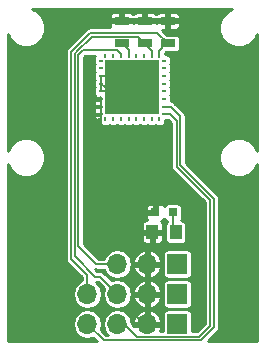
<source format=gbr>
G04 #@! TF.FileFunction,Copper,L1,Top,Signal*
%FSLAX46Y46*%
G04 Gerber Fmt 4.6, Leading zero omitted, Abs format (unit mm)*
G04 Created by KiCad (PCBNEW 4.0.7) date Thursday, June 14, 2018 'PMt' 12:28:10 PM*
%MOMM*%
%LPD*%
G01*
G04 APERTURE LIST*
%ADD10C,0.100000*%
%ADD11R,0.250000X0.400000*%
%ADD12R,0.400000X0.250000*%
%ADD13R,4.650000X4.650000*%
%ADD14R,1.000000X1.250000*%
%ADD15R,0.800000X0.750000*%
%ADD16R,1.300000X0.700000*%
%ADD17R,1.700000X1.700000*%
%ADD18O,1.700000X1.700000*%
%ADD19C,0.500000*%
%ADD20C,0.175000*%
%ADD21C,0.254000*%
G04 APERTURE END LIST*
D10*
D11*
X8725000Y-4385000D03*
X9375000Y-4385000D03*
X10025000Y-4385000D03*
X10675000Y-4385000D03*
X11325000Y-4385000D03*
X11975000Y-4385000D03*
X12625000Y-4385000D03*
X13275000Y-4385000D03*
D12*
X13675000Y-4785000D03*
X13675000Y-5435000D03*
X13675000Y-6085000D03*
X13675000Y-6735000D03*
X13675000Y-7385000D03*
X13675000Y-8035000D03*
X13675000Y-8685000D03*
X13675000Y-9335000D03*
D11*
X13275000Y-9735000D03*
X12625000Y-9735000D03*
X11975000Y-9735000D03*
X11325000Y-9735000D03*
X10675000Y-9735000D03*
X10025000Y-9735000D03*
X9375000Y-9735000D03*
X8725000Y-9735000D03*
D12*
X8325000Y-9335000D03*
X8325000Y-8685000D03*
X8325000Y-8035000D03*
X8325000Y-7385000D03*
X8325000Y-6735000D03*
X8325000Y-6085000D03*
X8325000Y-5435000D03*
X8325000Y-4785000D03*
D13*
X11000000Y-7060000D03*
D14*
X12675000Y-19325000D03*
X14675000Y-19325000D03*
D15*
X14425000Y-17650000D03*
X12925000Y-17650000D03*
D16*
X10100000Y-3333000D03*
X10100000Y-1433000D03*
X12050000Y-3333000D03*
X12050000Y-1433000D03*
X14000000Y-3333000D03*
X14000000Y-1433000D03*
D17*
X14810000Y-22020000D03*
D18*
X12270000Y-22020000D03*
X9730000Y-22020000D03*
D17*
X14810000Y-24560000D03*
D18*
X12270000Y-24560000D03*
X9730000Y-24560000D03*
X7190000Y-24560000D03*
D17*
X14810000Y-27100000D03*
D18*
X12270000Y-27100000D03*
X9730000Y-27100000D03*
X7190000Y-27100000D03*
D19*
X14370000Y-17650000D03*
X14675000Y-19325000D03*
X11000000Y-7060000D03*
D20*
X8325000Y-9335000D02*
X8325000Y-14865000D01*
X11110000Y-17650000D02*
X12925000Y-17650000D01*
X8325000Y-14865000D02*
X11110000Y-17650000D01*
X8325000Y-8035000D02*
X8325000Y-8685000D01*
X8325000Y-8685000D02*
X8325000Y-9335000D01*
X10100000Y-1433000D02*
X7197000Y-1433000D01*
X5490000Y-25320000D02*
X6020000Y-25850000D01*
X5490000Y-3140000D02*
X5490000Y-25320000D01*
X7197000Y-1433000D02*
X5490000Y-3140000D01*
X12270000Y-27100000D02*
X11960000Y-27100000D01*
X11960000Y-27100000D02*
X10710000Y-25850000D01*
X10710000Y-25850000D02*
X6020000Y-25850000D01*
X8325000Y-6085000D02*
X8325000Y-6735000D01*
X14370000Y-17650000D02*
X14425000Y-17650000D01*
X14425000Y-17650000D02*
X14425000Y-19075000D01*
X14425000Y-19075000D02*
X14675000Y-19325000D01*
X8325000Y-6085000D02*
X10025000Y-6085000D01*
X10025000Y-6085000D02*
X11000000Y-7060000D01*
X8325000Y-7385000D02*
X10675000Y-7385000D01*
X10675000Y-7385000D02*
X11000000Y-7060000D01*
X8325000Y-6735000D02*
X8325000Y-7385000D01*
X8325000Y-7385000D02*
X8325000Y-6735000D01*
X8325000Y-6735000D02*
X8650000Y-7060000D01*
X8650000Y-7060000D02*
X11000000Y-7060000D01*
X6420000Y-4320000D02*
X6420000Y-20480000D01*
X6830000Y-3910000D02*
X6420000Y-4320000D01*
X9660000Y-3910000D02*
X6830000Y-3910000D01*
X10025000Y-4275000D02*
X9660000Y-3910000D01*
X7960000Y-22020000D02*
X9730000Y-22020000D01*
X6420000Y-20480000D02*
X7960000Y-22020000D01*
X10025000Y-4385000D02*
X10025000Y-4275000D01*
X10100000Y-3333000D02*
X10123000Y-3333000D01*
X10123000Y-3333000D02*
X10675000Y-3885000D01*
X10675000Y-3885000D02*
X10675000Y-4385000D01*
X6256452Y-4056452D02*
X6253548Y-4056452D01*
X11470000Y-2760000D02*
X7552904Y-2760000D01*
X7552904Y-2760000D02*
X6256452Y-4056452D01*
X12043000Y-3333000D02*
X11470000Y-2760000D01*
X8250000Y-23080000D02*
X9730000Y-24560000D01*
X7820000Y-23080000D02*
X8250000Y-23080000D01*
X6110000Y-21370000D02*
X7820000Y-23080000D01*
X6110000Y-4200000D02*
X6110000Y-21370000D01*
X6253548Y-4056452D02*
X6110000Y-4200000D01*
X12050000Y-3333000D02*
X12043000Y-3333000D01*
X12050000Y-3333000D02*
X12050000Y-3410000D01*
X12050000Y-3410000D02*
X12625000Y-3985000D01*
X12625000Y-3985000D02*
X12625000Y-4385000D01*
X7190000Y-24560000D02*
X7190000Y-22940000D01*
X13120000Y-2450000D02*
X7430000Y-2450000D01*
X7430000Y-2450000D02*
X6150000Y-3730000D01*
X13120000Y-2450000D02*
X14000000Y-3330000D01*
X5807998Y-4072002D02*
X6150000Y-3730000D01*
X5807998Y-21557998D02*
X5807998Y-4072002D01*
X7190000Y-22940000D02*
X5807998Y-21557998D01*
X14000000Y-3333000D02*
X14000000Y-3330000D01*
X14000000Y-3333000D02*
X13887000Y-3333000D01*
X13887000Y-3333000D02*
X13275000Y-3945000D01*
X13275000Y-3945000D02*
X13275000Y-4385000D01*
X13675000Y-8685000D02*
X14235000Y-8685000D01*
X8580000Y-28490000D02*
X7190000Y-27100000D01*
X16810000Y-28490000D02*
X8580000Y-28490000D01*
X17910000Y-27390000D02*
X16810000Y-28490000D01*
X17910000Y-16512904D02*
X17910000Y-27390000D01*
X15042002Y-13644906D02*
X17910000Y-16512904D01*
X15042002Y-9492002D02*
X15042002Y-13644906D01*
X14235000Y-8685000D02*
X15042002Y-9492002D01*
X7190000Y-27100000D02*
X7190000Y-27870000D01*
X9730000Y-27100000D02*
X10300000Y-27100000D01*
X10300000Y-27100000D02*
X11380000Y-28180000D01*
X11380000Y-28180000D02*
X16670000Y-28180000D01*
X16670000Y-28180000D02*
X17580000Y-27270000D01*
X17580000Y-27270000D02*
X17580000Y-16610000D01*
X17580000Y-16610000D02*
X14740000Y-13770000D01*
X14740000Y-13770000D02*
X14740000Y-9880000D01*
X14740000Y-9880000D02*
X14195000Y-9335000D01*
X14195000Y-9335000D02*
X13675000Y-9335000D01*
D21*
G36*
X19077320Y-616499D02*
X18618112Y-1074907D01*
X18369284Y-1674151D01*
X18368718Y-2323003D01*
X18616499Y-2922680D01*
X19074907Y-3381888D01*
X19674151Y-3630716D01*
X20323003Y-3631282D01*
X20922680Y-3383501D01*
X21381888Y-2925093D01*
X21544000Y-2534684D01*
X21544000Y-12465758D01*
X21383501Y-12077320D01*
X20925093Y-11618112D01*
X20325849Y-11369284D01*
X19676997Y-11368718D01*
X19077320Y-11616499D01*
X18618112Y-12074907D01*
X18369284Y-12674151D01*
X18368718Y-13323003D01*
X18616499Y-13922680D01*
X19074907Y-14381888D01*
X19674151Y-14630716D01*
X20323003Y-14631282D01*
X20922680Y-14383501D01*
X21381888Y-13925093D01*
X21544000Y-13534684D01*
X21544000Y-28544000D01*
X17418560Y-28544000D01*
X18241277Y-27721282D01*
X18241280Y-27721280D01*
X18325524Y-27595200D01*
X18342838Y-27569288D01*
X18378501Y-27390000D01*
X18378500Y-27389995D01*
X18378500Y-16512909D01*
X18378501Y-16512904D01*
X18342838Y-16333617D01*
X18306157Y-16278720D01*
X18241280Y-16181624D01*
X18241277Y-16181622D01*
X15510502Y-13450846D01*
X15510502Y-9492007D01*
X15510503Y-9492002D01*
X15474840Y-9312714D01*
X15398500Y-9198464D01*
X15373282Y-9160722D01*
X15373279Y-9160720D01*
X14566280Y-8353720D01*
X14414288Y-8252162D01*
X14251364Y-8219754D01*
X14263464Y-8160000D01*
X14263464Y-7910000D01*
X14236897Y-7768810D01*
X14199256Y-7710314D01*
X14232859Y-7661134D01*
X14263464Y-7510000D01*
X14263464Y-7260000D01*
X14236897Y-7118810D01*
X14199256Y-7060314D01*
X14232859Y-7011134D01*
X14263464Y-6860000D01*
X14263464Y-6610000D01*
X14236897Y-6468810D01*
X14199256Y-6410314D01*
X14232859Y-6361134D01*
X14263464Y-6210000D01*
X14263464Y-5960000D01*
X14236897Y-5818810D01*
X14199256Y-5760314D01*
X14232859Y-5711134D01*
X14263464Y-5560000D01*
X14263464Y-5310000D01*
X14236897Y-5168810D01*
X14199256Y-5110314D01*
X14232859Y-5061134D01*
X14263464Y-4910000D01*
X14263464Y-4660000D01*
X14236897Y-4518810D01*
X14153454Y-4389135D01*
X14026134Y-4302141D01*
X13875000Y-4271536D01*
X13788464Y-4271536D01*
X13788464Y-4185000D01*
X13774068Y-4108492D01*
X13811096Y-4071464D01*
X14650000Y-4071464D01*
X14791190Y-4044897D01*
X14920865Y-3961454D01*
X15007859Y-3834134D01*
X15038464Y-3683000D01*
X15038464Y-2983000D01*
X15011897Y-2841810D01*
X14928454Y-2712135D01*
X14801134Y-2625141D01*
X14650000Y-2594536D01*
X13927095Y-2594536D01*
X13496560Y-2164000D01*
X13777750Y-2164000D01*
X13873000Y-2068750D01*
X13873000Y-1560000D01*
X14127000Y-1560000D01*
X14127000Y-2068750D01*
X14222250Y-2164000D01*
X14725785Y-2164000D01*
X14865819Y-2105996D01*
X14972996Y-1998820D01*
X15031000Y-1858786D01*
X15031000Y-1655250D01*
X14935750Y-1560000D01*
X14127000Y-1560000D01*
X13873000Y-1560000D01*
X13064250Y-1560000D01*
X13025000Y-1599250D01*
X12985750Y-1560000D01*
X12177000Y-1560000D01*
X12177000Y-1580000D01*
X11923000Y-1580000D01*
X11923000Y-1560000D01*
X11114250Y-1560000D01*
X11075000Y-1599250D01*
X11035750Y-1560000D01*
X10227000Y-1560000D01*
X10227000Y-1580000D01*
X9973000Y-1580000D01*
X9973000Y-1560000D01*
X9164250Y-1560000D01*
X9069000Y-1655250D01*
X9069000Y-1858786D01*
X9119830Y-1981500D01*
X7430000Y-1981500D01*
X7250713Y-2017162D01*
X7098720Y-2118720D01*
X7098718Y-2118723D01*
X5818720Y-3398720D01*
X5818718Y-3398723D01*
X5476718Y-3740722D01*
X5375160Y-3892714D01*
X5339497Y-4072002D01*
X5339498Y-4072007D01*
X5339498Y-21557993D01*
X5339497Y-21557998D01*
X5375160Y-21737286D01*
X5476718Y-21889278D01*
X6721500Y-23134060D01*
X6721500Y-23398073D01*
X6718917Y-23398587D01*
X6319552Y-23665435D01*
X6052704Y-24064800D01*
X5959000Y-24535883D01*
X5959000Y-24584117D01*
X6052704Y-25055200D01*
X6319552Y-25454565D01*
X6718917Y-25721413D01*
X7190000Y-25815117D01*
X7661083Y-25721413D01*
X8060448Y-25454565D01*
X8327296Y-25055200D01*
X8421000Y-24584117D01*
X8421000Y-24535883D01*
X8327296Y-24064800D01*
X8060448Y-23665435D01*
X7885443Y-23548500D01*
X8055940Y-23548500D01*
X8589309Y-24081868D01*
X8499000Y-24535883D01*
X8499000Y-24584117D01*
X8592704Y-25055200D01*
X8859552Y-25454565D01*
X9258917Y-25721413D01*
X9730000Y-25815117D01*
X10201083Y-25721413D01*
X10600448Y-25454565D01*
X10867296Y-25055200D01*
X10902745Y-24876982D01*
X11080499Y-24876982D01*
X11292348Y-25308056D01*
X11653036Y-25625245D01*
X11953020Y-25749489D01*
X12143000Y-25688627D01*
X12143000Y-24687000D01*
X12397000Y-24687000D01*
X12397000Y-25688627D01*
X12586980Y-25749489D01*
X12886964Y-25625245D01*
X13247652Y-25308056D01*
X13459501Y-24876982D01*
X13399193Y-24687000D01*
X12397000Y-24687000D01*
X12143000Y-24687000D01*
X11140807Y-24687000D01*
X11080499Y-24876982D01*
X10902745Y-24876982D01*
X10961000Y-24584117D01*
X10961000Y-24535883D01*
X10902746Y-24243018D01*
X11080499Y-24243018D01*
X11140807Y-24433000D01*
X12143000Y-24433000D01*
X12143000Y-23431373D01*
X12397000Y-23431373D01*
X12397000Y-24433000D01*
X13399193Y-24433000D01*
X13459501Y-24243018D01*
X13247652Y-23811944D01*
X13131728Y-23710000D01*
X13571536Y-23710000D01*
X13571536Y-25410000D01*
X13598103Y-25551190D01*
X13681546Y-25680865D01*
X13808866Y-25767859D01*
X13960000Y-25798464D01*
X15660000Y-25798464D01*
X15801190Y-25771897D01*
X15930865Y-25688454D01*
X16017859Y-25561134D01*
X16048464Y-25410000D01*
X16048464Y-23710000D01*
X16021897Y-23568810D01*
X15938454Y-23439135D01*
X15811134Y-23352141D01*
X15660000Y-23321536D01*
X13960000Y-23321536D01*
X13818810Y-23348103D01*
X13689135Y-23431546D01*
X13602141Y-23558866D01*
X13571536Y-23710000D01*
X13131728Y-23710000D01*
X12886964Y-23494755D01*
X12586980Y-23370511D01*
X12397000Y-23431373D01*
X12143000Y-23431373D01*
X11953020Y-23370511D01*
X11653036Y-23494755D01*
X11292348Y-23811944D01*
X11080499Y-24243018D01*
X10902746Y-24243018D01*
X10867296Y-24064800D01*
X10600448Y-23665435D01*
X10201083Y-23398587D01*
X9730000Y-23304883D01*
X9258917Y-23398587D01*
X9242270Y-23409710D01*
X8581280Y-22748720D01*
X8429288Y-22647162D01*
X8250000Y-22611499D01*
X8249995Y-22611500D01*
X8014059Y-22611500D01*
X7873942Y-22471383D01*
X7960000Y-22488501D01*
X7960005Y-22488500D01*
X8587393Y-22488500D01*
X8592704Y-22515200D01*
X8859552Y-22914565D01*
X9258917Y-23181413D01*
X9730000Y-23275117D01*
X10201083Y-23181413D01*
X10600448Y-22914565D01*
X10867296Y-22515200D01*
X10902745Y-22336982D01*
X11080499Y-22336982D01*
X11292348Y-22768056D01*
X11653036Y-23085245D01*
X11953020Y-23209489D01*
X12143000Y-23148627D01*
X12143000Y-22147000D01*
X12397000Y-22147000D01*
X12397000Y-23148627D01*
X12586980Y-23209489D01*
X12886964Y-23085245D01*
X13247652Y-22768056D01*
X13459501Y-22336982D01*
X13399193Y-22147000D01*
X12397000Y-22147000D01*
X12143000Y-22147000D01*
X11140807Y-22147000D01*
X11080499Y-22336982D01*
X10902745Y-22336982D01*
X10961000Y-22044117D01*
X10961000Y-21995883D01*
X10902746Y-21703018D01*
X11080499Y-21703018D01*
X11140807Y-21893000D01*
X12143000Y-21893000D01*
X12143000Y-20891373D01*
X12397000Y-20891373D01*
X12397000Y-21893000D01*
X13399193Y-21893000D01*
X13459501Y-21703018D01*
X13247652Y-21271944D01*
X13131728Y-21170000D01*
X13571536Y-21170000D01*
X13571536Y-22870000D01*
X13598103Y-23011190D01*
X13681546Y-23140865D01*
X13808866Y-23227859D01*
X13960000Y-23258464D01*
X15660000Y-23258464D01*
X15801190Y-23231897D01*
X15930865Y-23148454D01*
X16017859Y-23021134D01*
X16048464Y-22870000D01*
X16048464Y-21170000D01*
X16021897Y-21028810D01*
X15938454Y-20899135D01*
X15811134Y-20812141D01*
X15660000Y-20781536D01*
X13960000Y-20781536D01*
X13818810Y-20808103D01*
X13689135Y-20891546D01*
X13602141Y-21018866D01*
X13571536Y-21170000D01*
X13131728Y-21170000D01*
X12886964Y-20954755D01*
X12586980Y-20830511D01*
X12397000Y-20891373D01*
X12143000Y-20891373D01*
X11953020Y-20830511D01*
X11653036Y-20954755D01*
X11292348Y-21271944D01*
X11080499Y-21703018D01*
X10902746Y-21703018D01*
X10867296Y-21524800D01*
X10600448Y-21125435D01*
X10201083Y-20858587D01*
X9730000Y-20764883D01*
X9258917Y-20858587D01*
X8859552Y-21125435D01*
X8592704Y-21524800D01*
X8587393Y-21551500D01*
X8154059Y-21551500D01*
X6888500Y-20285940D01*
X6888500Y-19547250D01*
X11794000Y-19547250D01*
X11794000Y-20025785D01*
X11852004Y-20165819D01*
X11959180Y-20272996D01*
X12099214Y-20331000D01*
X12452750Y-20331000D01*
X12548000Y-20235750D01*
X12548000Y-19452000D01*
X12802000Y-19452000D01*
X12802000Y-20235750D01*
X12897250Y-20331000D01*
X13250786Y-20331000D01*
X13390820Y-20272996D01*
X13497996Y-20165819D01*
X13556000Y-20025785D01*
X13556000Y-19547250D01*
X13460750Y-19452000D01*
X12802000Y-19452000D01*
X12548000Y-19452000D01*
X11889250Y-19452000D01*
X11794000Y-19547250D01*
X6888500Y-19547250D01*
X6888500Y-18624215D01*
X11794000Y-18624215D01*
X11794000Y-19102750D01*
X11889250Y-19198000D01*
X12548000Y-19198000D01*
X12548000Y-19178000D01*
X12802000Y-19178000D01*
X12802000Y-19198000D01*
X13460750Y-19198000D01*
X13556000Y-19102750D01*
X13556000Y-18624215D01*
X13497996Y-18484181D01*
X13414242Y-18400426D01*
X13540820Y-18347996D01*
X13647996Y-18240819D01*
X13672719Y-18181133D01*
X13746546Y-18295865D01*
X13873866Y-18382859D01*
X13942620Y-18396782D01*
X13904135Y-18421546D01*
X13817141Y-18548866D01*
X13786536Y-18700000D01*
X13786536Y-19950000D01*
X13813103Y-20091190D01*
X13896546Y-20220865D01*
X14023866Y-20307859D01*
X14175000Y-20338464D01*
X15175000Y-20338464D01*
X15316190Y-20311897D01*
X15445865Y-20228454D01*
X15532859Y-20101134D01*
X15563464Y-19950000D01*
X15563464Y-18700000D01*
X15536897Y-18558810D01*
X15453454Y-18429135D01*
X15326134Y-18342141D01*
X15175000Y-18311536D01*
X15083305Y-18311536D01*
X15095865Y-18303454D01*
X15182859Y-18176134D01*
X15213464Y-18025000D01*
X15213464Y-17275000D01*
X15186897Y-17133810D01*
X15103454Y-17004135D01*
X14976134Y-16917141D01*
X14825000Y-16886536D01*
X14025000Y-16886536D01*
X13883810Y-16913103D01*
X13754135Y-16996546D01*
X13671903Y-17116897D01*
X13647996Y-17059181D01*
X13540820Y-16952004D01*
X13400786Y-16894000D01*
X13147250Y-16894000D01*
X13052000Y-16989250D01*
X13052000Y-17523000D01*
X13072000Y-17523000D01*
X13072000Y-17777000D01*
X13052000Y-17777000D01*
X13052000Y-17797000D01*
X12798000Y-17797000D01*
X12798000Y-17777000D01*
X12239250Y-17777000D01*
X12144000Y-17872250D01*
X12144000Y-18100785D01*
X12202004Y-18240819D01*
X12280184Y-18319000D01*
X12099214Y-18319000D01*
X11959180Y-18377004D01*
X11852004Y-18484181D01*
X11794000Y-18624215D01*
X6888500Y-18624215D01*
X6888500Y-17199215D01*
X12144000Y-17199215D01*
X12144000Y-17427750D01*
X12239250Y-17523000D01*
X12798000Y-17523000D01*
X12798000Y-16989250D01*
X12702750Y-16894000D01*
X12449214Y-16894000D01*
X12309180Y-16952004D01*
X12202004Y-17059181D01*
X12144000Y-17199215D01*
X6888500Y-17199215D01*
X6888500Y-4514060D01*
X7024059Y-4378500D01*
X7858869Y-4378500D01*
X7854135Y-4381546D01*
X7767141Y-4508866D01*
X7736536Y-4660000D01*
X7736536Y-4910000D01*
X7763103Y-5051190D01*
X7800744Y-5109686D01*
X7767141Y-5158866D01*
X7736536Y-5310000D01*
X7736536Y-5560000D01*
X7763103Y-5701190D01*
X7800744Y-5759686D01*
X7767141Y-5808866D01*
X7736536Y-5960000D01*
X7736536Y-6210000D01*
X7763103Y-6351190D01*
X7800744Y-6409686D01*
X7767141Y-6458866D01*
X7736536Y-6610000D01*
X7736536Y-6860000D01*
X7763103Y-7001190D01*
X7800744Y-7059686D01*
X7767141Y-7108866D01*
X7736536Y-7260000D01*
X7736536Y-7510000D01*
X7763103Y-7651190D01*
X7797603Y-7704805D01*
X7744000Y-7834215D01*
X7744000Y-7877250D01*
X7839250Y-7972500D01*
X8225000Y-7972500D01*
X8225000Y-7910000D01*
X8286536Y-7910000D01*
X8286536Y-8160000D01*
X8225000Y-8160000D01*
X8225000Y-8097500D01*
X7839250Y-8097500D01*
X7744000Y-8192750D01*
X7744000Y-8235785D01*
X7795452Y-8360000D01*
X7744000Y-8484215D01*
X7744000Y-8527250D01*
X7839250Y-8622500D01*
X8225000Y-8622500D01*
X8225000Y-8560000D01*
X8286536Y-8560000D01*
X8286536Y-8810000D01*
X8225000Y-8810000D01*
X8225000Y-8747500D01*
X7839250Y-8747500D01*
X7744000Y-8842750D01*
X7744000Y-8885785D01*
X7795452Y-9010000D01*
X7744000Y-9134215D01*
X7744000Y-9177250D01*
X7839250Y-9272500D01*
X8225000Y-9272500D01*
X8225000Y-9210000D01*
X8286536Y-9210000D01*
X8286536Y-9318892D01*
X8242141Y-9383866D01*
X8226724Y-9460000D01*
X8225000Y-9460000D01*
X8225000Y-9397500D01*
X7839250Y-9397500D01*
X7744000Y-9492750D01*
X7744000Y-9535785D01*
X7802004Y-9675819D01*
X7909180Y-9782996D01*
X8049214Y-9841000D01*
X8129750Y-9841000D01*
X8197998Y-9772752D01*
X8197998Y-9841000D01*
X8211536Y-9841000D01*
X8211536Y-9935000D01*
X8238103Y-10076190D01*
X8321546Y-10205865D01*
X8448866Y-10292859D01*
X8600000Y-10323464D01*
X8850000Y-10323464D01*
X8991190Y-10296897D01*
X9049686Y-10259256D01*
X9098866Y-10292859D01*
X9250000Y-10323464D01*
X9500000Y-10323464D01*
X9641190Y-10296897D01*
X9699686Y-10259256D01*
X9748866Y-10292859D01*
X9900000Y-10323464D01*
X10150000Y-10323464D01*
X10291190Y-10296897D01*
X10349686Y-10259256D01*
X10398866Y-10292859D01*
X10550000Y-10323464D01*
X10800000Y-10323464D01*
X10941190Y-10296897D01*
X10999686Y-10259256D01*
X11048866Y-10292859D01*
X11200000Y-10323464D01*
X11450000Y-10323464D01*
X11591190Y-10296897D01*
X11649686Y-10259256D01*
X11698866Y-10292859D01*
X11850000Y-10323464D01*
X12100000Y-10323464D01*
X12241190Y-10296897D01*
X12299686Y-10259256D01*
X12348866Y-10292859D01*
X12500000Y-10323464D01*
X12750000Y-10323464D01*
X12891190Y-10296897D01*
X12949686Y-10259256D01*
X12998866Y-10292859D01*
X13150000Y-10323464D01*
X13400000Y-10323464D01*
X13541190Y-10296897D01*
X13670865Y-10213454D01*
X13757859Y-10086134D01*
X13788464Y-9935000D01*
X13788464Y-9848464D01*
X13875000Y-9848464D01*
X14016190Y-9821897D01*
X14018105Y-9820665D01*
X14271500Y-10074059D01*
X14271500Y-13769995D01*
X14271499Y-13770000D01*
X14307162Y-13949288D01*
X14408720Y-14101280D01*
X17111500Y-16804059D01*
X17111500Y-27075941D01*
X16475940Y-27711500D01*
X16048464Y-27711500D01*
X16048464Y-26250000D01*
X16021897Y-26108810D01*
X15938454Y-25979135D01*
X15811134Y-25892141D01*
X15660000Y-25861536D01*
X13960000Y-25861536D01*
X13818810Y-25888103D01*
X13689135Y-25971546D01*
X13602141Y-26098866D01*
X13571536Y-26250000D01*
X13571536Y-27711500D01*
X13314762Y-27711500D01*
X13459501Y-27416982D01*
X13399193Y-27227000D01*
X12397000Y-27227000D01*
X12397000Y-27247000D01*
X12143000Y-27247000D01*
X12143000Y-27227000D01*
X11140807Y-27227000D01*
X11128459Y-27265899D01*
X10961000Y-27098440D01*
X10961000Y-27075883D01*
X10902746Y-26783018D01*
X11080499Y-26783018D01*
X11140807Y-26973000D01*
X12143000Y-26973000D01*
X12143000Y-25971373D01*
X12397000Y-25971373D01*
X12397000Y-26973000D01*
X13399193Y-26973000D01*
X13459501Y-26783018D01*
X13247652Y-26351944D01*
X12886964Y-26034755D01*
X12586980Y-25910511D01*
X12397000Y-25971373D01*
X12143000Y-25971373D01*
X11953020Y-25910511D01*
X11653036Y-26034755D01*
X11292348Y-26351944D01*
X11080499Y-26783018D01*
X10902746Y-26783018D01*
X10867296Y-26604800D01*
X10600448Y-26205435D01*
X10201083Y-25938587D01*
X9730000Y-25844883D01*
X9258917Y-25938587D01*
X8859552Y-26205435D01*
X8592704Y-26604800D01*
X8499000Y-27075883D01*
X8499000Y-27124117D01*
X8592704Y-27595200D01*
X8859552Y-27994565D01*
X8899863Y-28021500D01*
X8774059Y-28021500D01*
X8330691Y-27578132D01*
X8421000Y-27124117D01*
X8421000Y-27075883D01*
X8327296Y-26604800D01*
X8060448Y-26205435D01*
X7661083Y-25938587D01*
X7190000Y-25844883D01*
X6718917Y-25938587D01*
X6319552Y-26205435D01*
X6052704Y-26604800D01*
X5959000Y-27075883D01*
X5959000Y-27124117D01*
X6052704Y-27595200D01*
X6319552Y-27994565D01*
X6718917Y-28261413D01*
X7190000Y-28355117D01*
X7661083Y-28261413D01*
X7677730Y-28250290D01*
X7971441Y-28544000D01*
X456000Y-28544000D01*
X456000Y-13534242D01*
X616499Y-13922680D01*
X1074907Y-14381888D01*
X1674151Y-14630716D01*
X2323003Y-14631282D01*
X2922680Y-14383501D01*
X3381888Y-13925093D01*
X3630716Y-13325849D01*
X3631282Y-12676997D01*
X3383501Y-12077320D01*
X2925093Y-11618112D01*
X2325849Y-11369284D01*
X1676997Y-11368718D01*
X1077320Y-11616499D01*
X618112Y-12074907D01*
X456000Y-12465316D01*
X456000Y-2534242D01*
X616499Y-2922680D01*
X1074907Y-3381888D01*
X1674151Y-3630716D01*
X2323003Y-3631282D01*
X2922680Y-3383501D01*
X3381888Y-2925093D01*
X3630716Y-2325849D01*
X3631282Y-1676997D01*
X3383501Y-1077320D01*
X3313518Y-1007214D01*
X9069000Y-1007214D01*
X9069000Y-1210750D01*
X9164250Y-1306000D01*
X9973000Y-1306000D01*
X9973000Y-797250D01*
X10227000Y-797250D01*
X10227000Y-1306000D01*
X11035750Y-1306000D01*
X11075000Y-1266750D01*
X11114250Y-1306000D01*
X11923000Y-1306000D01*
X11923000Y-797250D01*
X12177000Y-797250D01*
X12177000Y-1306000D01*
X12985750Y-1306000D01*
X13025000Y-1266750D01*
X13064250Y-1306000D01*
X13873000Y-1306000D01*
X13873000Y-797250D01*
X14127000Y-797250D01*
X14127000Y-1306000D01*
X14935750Y-1306000D01*
X15031000Y-1210750D01*
X15031000Y-1007214D01*
X14972996Y-867180D01*
X14865819Y-760004D01*
X14725785Y-702000D01*
X14222250Y-702000D01*
X14127000Y-797250D01*
X13873000Y-797250D01*
X13777750Y-702000D01*
X13274215Y-702000D01*
X13134181Y-760004D01*
X13027004Y-867180D01*
X13025000Y-872018D01*
X13022996Y-867180D01*
X12915819Y-760004D01*
X12775785Y-702000D01*
X12272250Y-702000D01*
X12177000Y-797250D01*
X11923000Y-797250D01*
X11827750Y-702000D01*
X11324215Y-702000D01*
X11184181Y-760004D01*
X11077004Y-867180D01*
X11075000Y-872018D01*
X11072996Y-867180D01*
X10965819Y-760004D01*
X10825785Y-702000D01*
X10322250Y-702000D01*
X10227000Y-797250D01*
X9973000Y-797250D01*
X9877750Y-702000D01*
X9374215Y-702000D01*
X9234181Y-760004D01*
X9127004Y-867180D01*
X9069000Y-1007214D01*
X3313518Y-1007214D01*
X2925093Y-618112D01*
X2534684Y-456000D01*
X19465758Y-456000D01*
X19077320Y-616499D01*
X19077320Y-616499D01*
G37*
X19077320Y-616499D02*
X18618112Y-1074907D01*
X18369284Y-1674151D01*
X18368718Y-2323003D01*
X18616499Y-2922680D01*
X19074907Y-3381888D01*
X19674151Y-3630716D01*
X20323003Y-3631282D01*
X20922680Y-3383501D01*
X21381888Y-2925093D01*
X21544000Y-2534684D01*
X21544000Y-12465758D01*
X21383501Y-12077320D01*
X20925093Y-11618112D01*
X20325849Y-11369284D01*
X19676997Y-11368718D01*
X19077320Y-11616499D01*
X18618112Y-12074907D01*
X18369284Y-12674151D01*
X18368718Y-13323003D01*
X18616499Y-13922680D01*
X19074907Y-14381888D01*
X19674151Y-14630716D01*
X20323003Y-14631282D01*
X20922680Y-14383501D01*
X21381888Y-13925093D01*
X21544000Y-13534684D01*
X21544000Y-28544000D01*
X17418560Y-28544000D01*
X18241277Y-27721282D01*
X18241280Y-27721280D01*
X18325524Y-27595200D01*
X18342838Y-27569288D01*
X18378501Y-27390000D01*
X18378500Y-27389995D01*
X18378500Y-16512909D01*
X18378501Y-16512904D01*
X18342838Y-16333617D01*
X18306157Y-16278720D01*
X18241280Y-16181624D01*
X18241277Y-16181622D01*
X15510502Y-13450846D01*
X15510502Y-9492007D01*
X15510503Y-9492002D01*
X15474840Y-9312714D01*
X15398500Y-9198464D01*
X15373282Y-9160722D01*
X15373279Y-9160720D01*
X14566280Y-8353720D01*
X14414288Y-8252162D01*
X14251364Y-8219754D01*
X14263464Y-8160000D01*
X14263464Y-7910000D01*
X14236897Y-7768810D01*
X14199256Y-7710314D01*
X14232859Y-7661134D01*
X14263464Y-7510000D01*
X14263464Y-7260000D01*
X14236897Y-7118810D01*
X14199256Y-7060314D01*
X14232859Y-7011134D01*
X14263464Y-6860000D01*
X14263464Y-6610000D01*
X14236897Y-6468810D01*
X14199256Y-6410314D01*
X14232859Y-6361134D01*
X14263464Y-6210000D01*
X14263464Y-5960000D01*
X14236897Y-5818810D01*
X14199256Y-5760314D01*
X14232859Y-5711134D01*
X14263464Y-5560000D01*
X14263464Y-5310000D01*
X14236897Y-5168810D01*
X14199256Y-5110314D01*
X14232859Y-5061134D01*
X14263464Y-4910000D01*
X14263464Y-4660000D01*
X14236897Y-4518810D01*
X14153454Y-4389135D01*
X14026134Y-4302141D01*
X13875000Y-4271536D01*
X13788464Y-4271536D01*
X13788464Y-4185000D01*
X13774068Y-4108492D01*
X13811096Y-4071464D01*
X14650000Y-4071464D01*
X14791190Y-4044897D01*
X14920865Y-3961454D01*
X15007859Y-3834134D01*
X15038464Y-3683000D01*
X15038464Y-2983000D01*
X15011897Y-2841810D01*
X14928454Y-2712135D01*
X14801134Y-2625141D01*
X14650000Y-2594536D01*
X13927095Y-2594536D01*
X13496560Y-2164000D01*
X13777750Y-2164000D01*
X13873000Y-2068750D01*
X13873000Y-1560000D01*
X14127000Y-1560000D01*
X14127000Y-2068750D01*
X14222250Y-2164000D01*
X14725785Y-2164000D01*
X14865819Y-2105996D01*
X14972996Y-1998820D01*
X15031000Y-1858786D01*
X15031000Y-1655250D01*
X14935750Y-1560000D01*
X14127000Y-1560000D01*
X13873000Y-1560000D01*
X13064250Y-1560000D01*
X13025000Y-1599250D01*
X12985750Y-1560000D01*
X12177000Y-1560000D01*
X12177000Y-1580000D01*
X11923000Y-1580000D01*
X11923000Y-1560000D01*
X11114250Y-1560000D01*
X11075000Y-1599250D01*
X11035750Y-1560000D01*
X10227000Y-1560000D01*
X10227000Y-1580000D01*
X9973000Y-1580000D01*
X9973000Y-1560000D01*
X9164250Y-1560000D01*
X9069000Y-1655250D01*
X9069000Y-1858786D01*
X9119830Y-1981500D01*
X7430000Y-1981500D01*
X7250713Y-2017162D01*
X7098720Y-2118720D01*
X7098718Y-2118723D01*
X5818720Y-3398720D01*
X5818718Y-3398723D01*
X5476718Y-3740722D01*
X5375160Y-3892714D01*
X5339497Y-4072002D01*
X5339498Y-4072007D01*
X5339498Y-21557993D01*
X5339497Y-21557998D01*
X5375160Y-21737286D01*
X5476718Y-21889278D01*
X6721500Y-23134060D01*
X6721500Y-23398073D01*
X6718917Y-23398587D01*
X6319552Y-23665435D01*
X6052704Y-24064800D01*
X5959000Y-24535883D01*
X5959000Y-24584117D01*
X6052704Y-25055200D01*
X6319552Y-25454565D01*
X6718917Y-25721413D01*
X7190000Y-25815117D01*
X7661083Y-25721413D01*
X8060448Y-25454565D01*
X8327296Y-25055200D01*
X8421000Y-24584117D01*
X8421000Y-24535883D01*
X8327296Y-24064800D01*
X8060448Y-23665435D01*
X7885443Y-23548500D01*
X8055940Y-23548500D01*
X8589309Y-24081868D01*
X8499000Y-24535883D01*
X8499000Y-24584117D01*
X8592704Y-25055200D01*
X8859552Y-25454565D01*
X9258917Y-25721413D01*
X9730000Y-25815117D01*
X10201083Y-25721413D01*
X10600448Y-25454565D01*
X10867296Y-25055200D01*
X10902745Y-24876982D01*
X11080499Y-24876982D01*
X11292348Y-25308056D01*
X11653036Y-25625245D01*
X11953020Y-25749489D01*
X12143000Y-25688627D01*
X12143000Y-24687000D01*
X12397000Y-24687000D01*
X12397000Y-25688627D01*
X12586980Y-25749489D01*
X12886964Y-25625245D01*
X13247652Y-25308056D01*
X13459501Y-24876982D01*
X13399193Y-24687000D01*
X12397000Y-24687000D01*
X12143000Y-24687000D01*
X11140807Y-24687000D01*
X11080499Y-24876982D01*
X10902745Y-24876982D01*
X10961000Y-24584117D01*
X10961000Y-24535883D01*
X10902746Y-24243018D01*
X11080499Y-24243018D01*
X11140807Y-24433000D01*
X12143000Y-24433000D01*
X12143000Y-23431373D01*
X12397000Y-23431373D01*
X12397000Y-24433000D01*
X13399193Y-24433000D01*
X13459501Y-24243018D01*
X13247652Y-23811944D01*
X13131728Y-23710000D01*
X13571536Y-23710000D01*
X13571536Y-25410000D01*
X13598103Y-25551190D01*
X13681546Y-25680865D01*
X13808866Y-25767859D01*
X13960000Y-25798464D01*
X15660000Y-25798464D01*
X15801190Y-25771897D01*
X15930865Y-25688454D01*
X16017859Y-25561134D01*
X16048464Y-25410000D01*
X16048464Y-23710000D01*
X16021897Y-23568810D01*
X15938454Y-23439135D01*
X15811134Y-23352141D01*
X15660000Y-23321536D01*
X13960000Y-23321536D01*
X13818810Y-23348103D01*
X13689135Y-23431546D01*
X13602141Y-23558866D01*
X13571536Y-23710000D01*
X13131728Y-23710000D01*
X12886964Y-23494755D01*
X12586980Y-23370511D01*
X12397000Y-23431373D01*
X12143000Y-23431373D01*
X11953020Y-23370511D01*
X11653036Y-23494755D01*
X11292348Y-23811944D01*
X11080499Y-24243018D01*
X10902746Y-24243018D01*
X10867296Y-24064800D01*
X10600448Y-23665435D01*
X10201083Y-23398587D01*
X9730000Y-23304883D01*
X9258917Y-23398587D01*
X9242270Y-23409710D01*
X8581280Y-22748720D01*
X8429288Y-22647162D01*
X8250000Y-22611499D01*
X8249995Y-22611500D01*
X8014059Y-22611500D01*
X7873942Y-22471383D01*
X7960000Y-22488501D01*
X7960005Y-22488500D01*
X8587393Y-22488500D01*
X8592704Y-22515200D01*
X8859552Y-22914565D01*
X9258917Y-23181413D01*
X9730000Y-23275117D01*
X10201083Y-23181413D01*
X10600448Y-22914565D01*
X10867296Y-22515200D01*
X10902745Y-22336982D01*
X11080499Y-22336982D01*
X11292348Y-22768056D01*
X11653036Y-23085245D01*
X11953020Y-23209489D01*
X12143000Y-23148627D01*
X12143000Y-22147000D01*
X12397000Y-22147000D01*
X12397000Y-23148627D01*
X12586980Y-23209489D01*
X12886964Y-23085245D01*
X13247652Y-22768056D01*
X13459501Y-22336982D01*
X13399193Y-22147000D01*
X12397000Y-22147000D01*
X12143000Y-22147000D01*
X11140807Y-22147000D01*
X11080499Y-22336982D01*
X10902745Y-22336982D01*
X10961000Y-22044117D01*
X10961000Y-21995883D01*
X10902746Y-21703018D01*
X11080499Y-21703018D01*
X11140807Y-21893000D01*
X12143000Y-21893000D01*
X12143000Y-20891373D01*
X12397000Y-20891373D01*
X12397000Y-21893000D01*
X13399193Y-21893000D01*
X13459501Y-21703018D01*
X13247652Y-21271944D01*
X13131728Y-21170000D01*
X13571536Y-21170000D01*
X13571536Y-22870000D01*
X13598103Y-23011190D01*
X13681546Y-23140865D01*
X13808866Y-23227859D01*
X13960000Y-23258464D01*
X15660000Y-23258464D01*
X15801190Y-23231897D01*
X15930865Y-23148454D01*
X16017859Y-23021134D01*
X16048464Y-22870000D01*
X16048464Y-21170000D01*
X16021897Y-21028810D01*
X15938454Y-20899135D01*
X15811134Y-20812141D01*
X15660000Y-20781536D01*
X13960000Y-20781536D01*
X13818810Y-20808103D01*
X13689135Y-20891546D01*
X13602141Y-21018866D01*
X13571536Y-21170000D01*
X13131728Y-21170000D01*
X12886964Y-20954755D01*
X12586980Y-20830511D01*
X12397000Y-20891373D01*
X12143000Y-20891373D01*
X11953020Y-20830511D01*
X11653036Y-20954755D01*
X11292348Y-21271944D01*
X11080499Y-21703018D01*
X10902746Y-21703018D01*
X10867296Y-21524800D01*
X10600448Y-21125435D01*
X10201083Y-20858587D01*
X9730000Y-20764883D01*
X9258917Y-20858587D01*
X8859552Y-21125435D01*
X8592704Y-21524800D01*
X8587393Y-21551500D01*
X8154059Y-21551500D01*
X6888500Y-20285940D01*
X6888500Y-19547250D01*
X11794000Y-19547250D01*
X11794000Y-20025785D01*
X11852004Y-20165819D01*
X11959180Y-20272996D01*
X12099214Y-20331000D01*
X12452750Y-20331000D01*
X12548000Y-20235750D01*
X12548000Y-19452000D01*
X12802000Y-19452000D01*
X12802000Y-20235750D01*
X12897250Y-20331000D01*
X13250786Y-20331000D01*
X13390820Y-20272996D01*
X13497996Y-20165819D01*
X13556000Y-20025785D01*
X13556000Y-19547250D01*
X13460750Y-19452000D01*
X12802000Y-19452000D01*
X12548000Y-19452000D01*
X11889250Y-19452000D01*
X11794000Y-19547250D01*
X6888500Y-19547250D01*
X6888500Y-18624215D01*
X11794000Y-18624215D01*
X11794000Y-19102750D01*
X11889250Y-19198000D01*
X12548000Y-19198000D01*
X12548000Y-19178000D01*
X12802000Y-19178000D01*
X12802000Y-19198000D01*
X13460750Y-19198000D01*
X13556000Y-19102750D01*
X13556000Y-18624215D01*
X13497996Y-18484181D01*
X13414242Y-18400426D01*
X13540820Y-18347996D01*
X13647996Y-18240819D01*
X13672719Y-18181133D01*
X13746546Y-18295865D01*
X13873866Y-18382859D01*
X13942620Y-18396782D01*
X13904135Y-18421546D01*
X13817141Y-18548866D01*
X13786536Y-18700000D01*
X13786536Y-19950000D01*
X13813103Y-20091190D01*
X13896546Y-20220865D01*
X14023866Y-20307859D01*
X14175000Y-20338464D01*
X15175000Y-20338464D01*
X15316190Y-20311897D01*
X15445865Y-20228454D01*
X15532859Y-20101134D01*
X15563464Y-19950000D01*
X15563464Y-18700000D01*
X15536897Y-18558810D01*
X15453454Y-18429135D01*
X15326134Y-18342141D01*
X15175000Y-18311536D01*
X15083305Y-18311536D01*
X15095865Y-18303454D01*
X15182859Y-18176134D01*
X15213464Y-18025000D01*
X15213464Y-17275000D01*
X15186897Y-17133810D01*
X15103454Y-17004135D01*
X14976134Y-16917141D01*
X14825000Y-16886536D01*
X14025000Y-16886536D01*
X13883810Y-16913103D01*
X13754135Y-16996546D01*
X13671903Y-17116897D01*
X13647996Y-17059181D01*
X13540820Y-16952004D01*
X13400786Y-16894000D01*
X13147250Y-16894000D01*
X13052000Y-16989250D01*
X13052000Y-17523000D01*
X13072000Y-17523000D01*
X13072000Y-17777000D01*
X13052000Y-17777000D01*
X13052000Y-17797000D01*
X12798000Y-17797000D01*
X12798000Y-17777000D01*
X12239250Y-17777000D01*
X12144000Y-17872250D01*
X12144000Y-18100785D01*
X12202004Y-18240819D01*
X12280184Y-18319000D01*
X12099214Y-18319000D01*
X11959180Y-18377004D01*
X11852004Y-18484181D01*
X11794000Y-18624215D01*
X6888500Y-18624215D01*
X6888500Y-17199215D01*
X12144000Y-17199215D01*
X12144000Y-17427750D01*
X12239250Y-17523000D01*
X12798000Y-17523000D01*
X12798000Y-16989250D01*
X12702750Y-16894000D01*
X12449214Y-16894000D01*
X12309180Y-16952004D01*
X12202004Y-17059181D01*
X12144000Y-17199215D01*
X6888500Y-17199215D01*
X6888500Y-4514060D01*
X7024059Y-4378500D01*
X7858869Y-4378500D01*
X7854135Y-4381546D01*
X7767141Y-4508866D01*
X7736536Y-4660000D01*
X7736536Y-4910000D01*
X7763103Y-5051190D01*
X7800744Y-5109686D01*
X7767141Y-5158866D01*
X7736536Y-5310000D01*
X7736536Y-5560000D01*
X7763103Y-5701190D01*
X7800744Y-5759686D01*
X7767141Y-5808866D01*
X7736536Y-5960000D01*
X7736536Y-6210000D01*
X7763103Y-6351190D01*
X7800744Y-6409686D01*
X7767141Y-6458866D01*
X7736536Y-6610000D01*
X7736536Y-6860000D01*
X7763103Y-7001190D01*
X7800744Y-7059686D01*
X7767141Y-7108866D01*
X7736536Y-7260000D01*
X7736536Y-7510000D01*
X7763103Y-7651190D01*
X7797603Y-7704805D01*
X7744000Y-7834215D01*
X7744000Y-7877250D01*
X7839250Y-7972500D01*
X8225000Y-7972500D01*
X8225000Y-7910000D01*
X8286536Y-7910000D01*
X8286536Y-8160000D01*
X8225000Y-8160000D01*
X8225000Y-8097500D01*
X7839250Y-8097500D01*
X7744000Y-8192750D01*
X7744000Y-8235785D01*
X7795452Y-8360000D01*
X7744000Y-8484215D01*
X7744000Y-8527250D01*
X7839250Y-8622500D01*
X8225000Y-8622500D01*
X8225000Y-8560000D01*
X8286536Y-8560000D01*
X8286536Y-8810000D01*
X8225000Y-8810000D01*
X8225000Y-8747500D01*
X7839250Y-8747500D01*
X7744000Y-8842750D01*
X7744000Y-8885785D01*
X7795452Y-9010000D01*
X7744000Y-9134215D01*
X7744000Y-9177250D01*
X7839250Y-9272500D01*
X8225000Y-9272500D01*
X8225000Y-9210000D01*
X8286536Y-9210000D01*
X8286536Y-9318892D01*
X8242141Y-9383866D01*
X8226724Y-9460000D01*
X8225000Y-9460000D01*
X8225000Y-9397500D01*
X7839250Y-9397500D01*
X7744000Y-9492750D01*
X7744000Y-9535785D01*
X7802004Y-9675819D01*
X7909180Y-9782996D01*
X8049214Y-9841000D01*
X8129750Y-9841000D01*
X8197998Y-9772752D01*
X8197998Y-9841000D01*
X8211536Y-9841000D01*
X8211536Y-9935000D01*
X8238103Y-10076190D01*
X8321546Y-10205865D01*
X8448866Y-10292859D01*
X8600000Y-10323464D01*
X8850000Y-10323464D01*
X8991190Y-10296897D01*
X9049686Y-10259256D01*
X9098866Y-10292859D01*
X9250000Y-10323464D01*
X9500000Y-10323464D01*
X9641190Y-10296897D01*
X9699686Y-10259256D01*
X9748866Y-10292859D01*
X9900000Y-10323464D01*
X10150000Y-10323464D01*
X10291190Y-10296897D01*
X10349686Y-10259256D01*
X10398866Y-10292859D01*
X10550000Y-10323464D01*
X10800000Y-10323464D01*
X10941190Y-10296897D01*
X10999686Y-10259256D01*
X11048866Y-10292859D01*
X11200000Y-10323464D01*
X11450000Y-10323464D01*
X11591190Y-10296897D01*
X11649686Y-10259256D01*
X11698866Y-10292859D01*
X11850000Y-10323464D01*
X12100000Y-10323464D01*
X12241190Y-10296897D01*
X12299686Y-10259256D01*
X12348866Y-10292859D01*
X12500000Y-10323464D01*
X12750000Y-10323464D01*
X12891190Y-10296897D01*
X12949686Y-10259256D01*
X12998866Y-10292859D01*
X13150000Y-10323464D01*
X13400000Y-10323464D01*
X13541190Y-10296897D01*
X13670865Y-10213454D01*
X13757859Y-10086134D01*
X13788464Y-9935000D01*
X13788464Y-9848464D01*
X13875000Y-9848464D01*
X14016190Y-9821897D01*
X14018105Y-9820665D01*
X14271500Y-10074059D01*
X14271500Y-13769995D01*
X14271499Y-13770000D01*
X14307162Y-13949288D01*
X14408720Y-14101280D01*
X17111500Y-16804059D01*
X17111500Y-27075941D01*
X16475940Y-27711500D01*
X16048464Y-27711500D01*
X16048464Y-26250000D01*
X16021897Y-26108810D01*
X15938454Y-25979135D01*
X15811134Y-25892141D01*
X15660000Y-25861536D01*
X13960000Y-25861536D01*
X13818810Y-25888103D01*
X13689135Y-25971546D01*
X13602141Y-26098866D01*
X13571536Y-26250000D01*
X13571536Y-27711500D01*
X13314762Y-27711500D01*
X13459501Y-27416982D01*
X13399193Y-27227000D01*
X12397000Y-27227000D01*
X12397000Y-27247000D01*
X12143000Y-27247000D01*
X12143000Y-27227000D01*
X11140807Y-27227000D01*
X11128459Y-27265899D01*
X10961000Y-27098440D01*
X10961000Y-27075883D01*
X10902746Y-26783018D01*
X11080499Y-26783018D01*
X11140807Y-26973000D01*
X12143000Y-26973000D01*
X12143000Y-25971373D01*
X12397000Y-25971373D01*
X12397000Y-26973000D01*
X13399193Y-26973000D01*
X13459501Y-26783018D01*
X13247652Y-26351944D01*
X12886964Y-26034755D01*
X12586980Y-25910511D01*
X12397000Y-25971373D01*
X12143000Y-25971373D01*
X11953020Y-25910511D01*
X11653036Y-26034755D01*
X11292348Y-26351944D01*
X11080499Y-26783018D01*
X10902746Y-26783018D01*
X10867296Y-26604800D01*
X10600448Y-26205435D01*
X10201083Y-25938587D01*
X9730000Y-25844883D01*
X9258917Y-25938587D01*
X8859552Y-26205435D01*
X8592704Y-26604800D01*
X8499000Y-27075883D01*
X8499000Y-27124117D01*
X8592704Y-27595200D01*
X8859552Y-27994565D01*
X8899863Y-28021500D01*
X8774059Y-28021500D01*
X8330691Y-27578132D01*
X8421000Y-27124117D01*
X8421000Y-27075883D01*
X8327296Y-26604800D01*
X8060448Y-26205435D01*
X7661083Y-25938587D01*
X7190000Y-25844883D01*
X6718917Y-25938587D01*
X6319552Y-26205435D01*
X6052704Y-26604800D01*
X5959000Y-27075883D01*
X5959000Y-27124117D01*
X6052704Y-27595200D01*
X6319552Y-27994565D01*
X6718917Y-28261413D01*
X7190000Y-28355117D01*
X7661083Y-28261413D01*
X7677730Y-28250290D01*
X7971441Y-28544000D01*
X456000Y-28544000D01*
X456000Y-13534242D01*
X616499Y-13922680D01*
X1074907Y-14381888D01*
X1674151Y-14630716D01*
X2323003Y-14631282D01*
X2922680Y-14383501D01*
X3381888Y-13925093D01*
X3630716Y-13325849D01*
X3631282Y-12676997D01*
X3383501Y-12077320D01*
X2925093Y-11618112D01*
X2325849Y-11369284D01*
X1676997Y-11368718D01*
X1077320Y-11616499D01*
X618112Y-12074907D01*
X456000Y-12465316D01*
X456000Y-2534242D01*
X616499Y-2922680D01*
X1074907Y-3381888D01*
X1674151Y-3630716D01*
X2323003Y-3631282D01*
X2922680Y-3383501D01*
X3381888Y-2925093D01*
X3630716Y-2325849D01*
X3631282Y-1676997D01*
X3383501Y-1077320D01*
X3313518Y-1007214D01*
X9069000Y-1007214D01*
X9069000Y-1210750D01*
X9164250Y-1306000D01*
X9973000Y-1306000D01*
X9973000Y-797250D01*
X10227000Y-797250D01*
X10227000Y-1306000D01*
X11035750Y-1306000D01*
X11075000Y-1266750D01*
X11114250Y-1306000D01*
X11923000Y-1306000D01*
X11923000Y-797250D01*
X12177000Y-797250D01*
X12177000Y-1306000D01*
X12985750Y-1306000D01*
X13025000Y-1266750D01*
X13064250Y-1306000D01*
X13873000Y-1306000D01*
X13873000Y-797250D01*
X14127000Y-797250D01*
X14127000Y-1306000D01*
X14935750Y-1306000D01*
X15031000Y-1210750D01*
X15031000Y-1007214D01*
X14972996Y-867180D01*
X14865819Y-760004D01*
X14725785Y-702000D01*
X14222250Y-702000D01*
X14127000Y-797250D01*
X13873000Y-797250D01*
X13777750Y-702000D01*
X13274215Y-702000D01*
X13134181Y-760004D01*
X13027004Y-867180D01*
X13025000Y-872018D01*
X13022996Y-867180D01*
X12915819Y-760004D01*
X12775785Y-702000D01*
X12272250Y-702000D01*
X12177000Y-797250D01*
X11923000Y-797250D01*
X11827750Y-702000D01*
X11324215Y-702000D01*
X11184181Y-760004D01*
X11077004Y-867180D01*
X11075000Y-872018D01*
X11072996Y-867180D01*
X10965819Y-760004D01*
X10825785Y-702000D01*
X10322250Y-702000D01*
X10227000Y-797250D01*
X9973000Y-797250D01*
X9877750Y-702000D01*
X9374215Y-702000D01*
X9234181Y-760004D01*
X9127004Y-867180D01*
X9069000Y-1007214D01*
X3313518Y-1007214D01*
X2925093Y-618112D01*
X2534684Y-456000D01*
X19465758Y-456000D01*
X19077320Y-616499D01*
M02*

</source>
